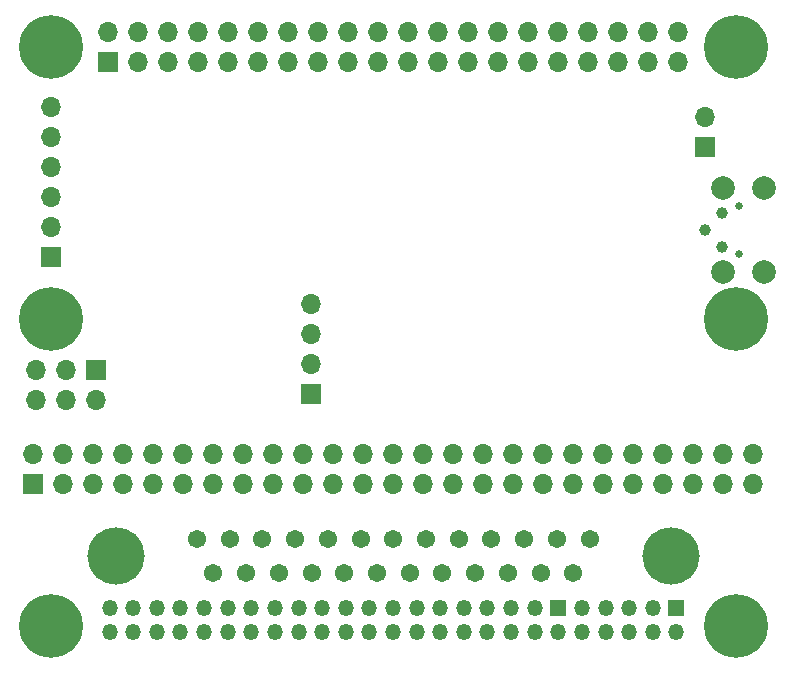
<source format=gbs>
G04 #@! TF.GenerationSoftware,KiCad,Pcbnew,(6.0.4)*
G04 #@! TF.CreationDate,2022-08-06T16:26:02-05:00*
G04 #@! TF.ProjectId,rascsi_2p7,72617363-7369-45f3-9270-372e6b696361,rev?*
G04 #@! TF.SameCoordinates,Original*
G04 #@! TF.FileFunction,Soldermask,Bot*
G04 #@! TF.FilePolarity,Negative*
%FSLAX46Y46*%
G04 Gerber Fmt 4.6, Leading zero omitted, Abs format (unit mm)*
G04 Created by KiCad (PCBNEW (6.0.4)) date 2022-08-06 16:26:02*
%MOMM*%
%LPD*%
G01*
G04 APERTURE LIST*
%ADD10C,0.800000*%
%ADD11C,5.400000*%
%ADD12R,1.700000X1.700000*%
%ADD13O,1.700000X1.700000*%
%ADD14C,0.650000*%
%ADD15C,2.000000*%
%ADD16R,1.350000X1.350000*%
%ADD17O,1.350000X1.350000*%
%ADD18C,1.545000*%
%ADD19C,4.845000*%
%ADD20C,1.000000*%
G04 APERTURE END LIST*
D10*
X180025000Y-46000000D03*
X176568109Y-47431891D03*
X178000000Y-43975000D03*
D11*
X178000000Y-46000000D03*
D10*
X178000000Y-48025000D03*
X179431891Y-47431891D03*
X175975000Y-46000000D03*
X179431891Y-44568109D03*
X176568109Y-44568109D03*
X178000000Y-71025000D03*
X175975000Y-69000000D03*
X179431891Y-70431891D03*
X176568109Y-67568109D03*
X179431891Y-67568109D03*
D11*
X178000000Y-69000000D03*
D10*
X180025000Y-69000000D03*
X176568109Y-70431891D03*
X178000000Y-66975000D03*
X179431891Y-93568109D03*
X178000000Y-97025000D03*
X176568109Y-93568109D03*
X175975000Y-95000000D03*
X179431891Y-96431891D03*
X178000000Y-92975000D03*
X176568109Y-96431891D03*
X180025000Y-95000000D03*
D11*
X178000000Y-95000000D03*
D12*
X178010000Y-63780000D03*
D13*
X178010000Y-61240000D03*
X178010000Y-58700000D03*
X178010000Y-56160000D03*
X178010000Y-53620000D03*
X178010000Y-51080000D03*
D10*
X236000000Y-71025000D03*
X234568109Y-70431891D03*
D11*
X236000000Y-69000000D03*
D10*
X238025000Y-69000000D03*
X236000000Y-66975000D03*
X237431891Y-70431891D03*
X237431891Y-67568109D03*
X233975000Y-69000000D03*
X234568109Y-67568109D03*
X236000000Y-92975000D03*
X238025000Y-95000000D03*
X234568109Y-96431891D03*
D11*
X236000000Y-95000000D03*
D10*
X236000000Y-97025000D03*
X234568109Y-93568109D03*
X237431891Y-93568109D03*
X237431891Y-96431891D03*
X233975000Y-95000000D03*
X238025000Y-46000000D03*
X237431891Y-47431891D03*
X236000000Y-43975000D03*
X234568109Y-47431891D03*
D11*
X236000000Y-46000000D03*
D10*
X234568109Y-44568109D03*
X236000000Y-48025000D03*
X237431891Y-44568109D03*
X233975000Y-46000000D03*
D14*
X236225000Y-59460000D03*
X236225000Y-63460000D03*
D15*
X238355000Y-65035000D03*
X238355000Y-57885000D03*
X234905000Y-57885000D03*
X234905000Y-65035000D03*
D12*
X176466500Y-82994500D03*
D13*
X176466500Y-80454500D03*
X179006500Y-82994500D03*
X179006500Y-80454500D03*
X181546500Y-82994500D03*
X181546500Y-80454500D03*
X184086500Y-82994500D03*
X184086500Y-80454500D03*
X186626500Y-82994500D03*
X186626500Y-80454500D03*
X189166500Y-82994500D03*
X189166500Y-80454500D03*
X191706500Y-82994500D03*
X191706500Y-80454500D03*
X194246500Y-82994500D03*
X194246500Y-80454500D03*
X196786500Y-82994500D03*
X196786500Y-80454500D03*
X199326500Y-82994500D03*
X199326500Y-80454500D03*
X201866500Y-82994500D03*
X201866500Y-80454500D03*
X204406500Y-82994500D03*
X204406500Y-80454500D03*
X206946500Y-82994500D03*
X206946500Y-80454500D03*
X209486500Y-82994500D03*
X209486500Y-80454500D03*
X212026500Y-82994500D03*
X212026500Y-80454500D03*
X214566500Y-82994500D03*
X214566500Y-80454500D03*
X217106500Y-82994500D03*
X217106500Y-80454500D03*
X219646500Y-82994500D03*
X219646500Y-80454500D03*
X222186500Y-82994500D03*
X222186500Y-80454500D03*
X224726500Y-82994500D03*
X224726500Y-80454500D03*
X227266500Y-82994500D03*
X227266500Y-80454500D03*
X229806500Y-82994500D03*
X229806500Y-80454500D03*
X232346500Y-82994500D03*
X232346500Y-80454500D03*
X234886500Y-82994500D03*
X234886500Y-80454500D03*
X237426500Y-82994500D03*
X237426500Y-80454500D03*
D16*
X230972000Y-93488000D03*
D17*
X230972000Y-95488000D03*
X228972000Y-93488000D03*
X228972000Y-95488000D03*
X226972000Y-93488000D03*
X226972000Y-95488000D03*
X224972000Y-93488000D03*
X224972000Y-95488000D03*
X222972000Y-93488000D03*
X222972000Y-95488000D03*
D16*
X220972000Y-93488000D03*
D17*
X220972000Y-95488000D03*
X218972000Y-93488000D03*
X218972000Y-95488000D03*
X216972000Y-93488000D03*
X216972000Y-95488000D03*
X214972000Y-93488000D03*
X214972000Y-95488000D03*
X212972000Y-93488000D03*
X212972000Y-95488000D03*
X210972000Y-93488000D03*
X210972000Y-95488000D03*
X208972000Y-93488000D03*
X208972000Y-95488000D03*
X206972000Y-93488000D03*
X206972000Y-95488000D03*
X204972000Y-93488000D03*
X204972000Y-95488000D03*
X202972000Y-93488000D03*
X202972000Y-95488000D03*
X200972000Y-93488000D03*
X200972000Y-95488000D03*
X198972000Y-93488000D03*
X198972000Y-95488000D03*
X196972000Y-93488000D03*
X196972000Y-95488000D03*
X194972000Y-93488000D03*
X194972000Y-95488000D03*
X192972000Y-93488000D03*
X192972000Y-95488000D03*
X190972000Y-93488000D03*
X190972000Y-95488000D03*
X188972000Y-93488000D03*
X188972000Y-95488000D03*
X186972000Y-93488000D03*
X186972000Y-95488000D03*
X184972000Y-93488000D03*
X184972000Y-95488000D03*
X182972000Y-93488000D03*
X182972000Y-95488000D03*
D12*
X181810000Y-73300000D03*
D13*
X181810000Y-75840000D03*
X179270000Y-73300000D03*
X179270000Y-75840000D03*
X176730000Y-73300000D03*
X176730000Y-75840000D03*
D12*
X200070000Y-75380000D03*
D13*
X200070000Y-72840000D03*
X200070000Y-70300000D03*
X200070000Y-67760000D03*
D12*
X182870000Y-47270000D03*
D13*
X182870000Y-44730000D03*
X185410000Y-47270000D03*
X185410000Y-44730000D03*
X187950000Y-47270000D03*
X187950000Y-44730000D03*
X190490000Y-47270000D03*
X190490000Y-44730000D03*
X193030000Y-47270000D03*
X193030000Y-44730000D03*
X195570000Y-47270000D03*
X195570000Y-44730000D03*
X198110000Y-47270000D03*
X198110000Y-44730000D03*
X200650000Y-47270000D03*
X200650000Y-44730000D03*
X203190000Y-47270000D03*
X203190000Y-44730000D03*
X205730000Y-47270000D03*
X205730000Y-44730000D03*
X208270000Y-47270000D03*
X208270000Y-44730000D03*
X210810000Y-47270000D03*
X210810000Y-44730000D03*
X213350000Y-47270000D03*
X213350000Y-44730000D03*
X215890000Y-47270000D03*
X215890000Y-44730000D03*
X218430000Y-47270000D03*
X218430000Y-44730000D03*
X220970000Y-47270000D03*
X220970000Y-44730000D03*
X223510000Y-47270000D03*
X223510000Y-44730000D03*
X226050000Y-47270000D03*
X226050000Y-44730000D03*
X228590000Y-47270000D03*
X228590000Y-44730000D03*
X231130000Y-47270000D03*
X231130000Y-44730000D03*
D18*
X223621600Y-87630000D03*
X220851600Y-87630000D03*
X218081600Y-87630000D03*
X215311600Y-87630000D03*
X212541600Y-87630000D03*
X209771600Y-87630000D03*
X207001600Y-87630000D03*
X204231600Y-87630000D03*
X201461600Y-87630000D03*
X198691600Y-87630000D03*
X195921600Y-87630000D03*
X193151600Y-87630000D03*
X190381600Y-87630000D03*
X222236600Y-90470000D03*
X219466600Y-90470000D03*
X216696600Y-90470000D03*
X213926600Y-90470000D03*
X211156600Y-90470000D03*
X208386600Y-90470000D03*
X205616600Y-90470000D03*
X202846600Y-90470000D03*
X200076600Y-90470000D03*
X197306600Y-90470000D03*
X194536600Y-90470000D03*
X191766600Y-90470000D03*
D19*
X230521600Y-89050000D03*
X183481600Y-89050000D03*
D12*
X233426000Y-54483000D03*
D13*
X233426000Y-51943000D03*
D20*
X233350000Y-61480000D03*
X234850000Y-62910000D03*
X234850000Y-60050000D03*
M02*

</source>
